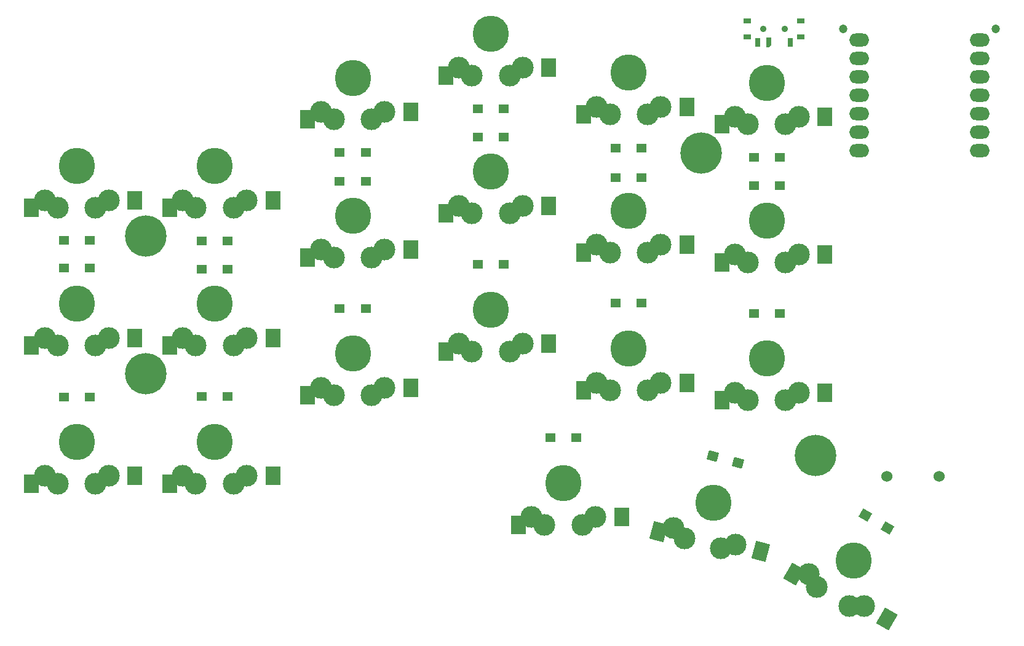
<source format=gts>
%TF.GenerationSoftware,KiCad,Pcbnew,8.0.5*%
%TF.CreationDate,2025-01-25T20:12:58+02:00*%
%TF.ProjectId,1_3A,315f3341-2e6b-4696-9361-645f70636258,rev?*%
%TF.SameCoordinates,Original*%
%TF.FileFunction,Soldermask,Top*%
%TF.FilePolarity,Negative*%
%FSLAX46Y46*%
G04 Gerber Fmt 4.6, Leading zero omitted, Abs format (unit mm)*
G04 Created by KiCad (PCBNEW 8.0.5) date 2025-01-25 20:12:58*
%MOMM*%
%LPD*%
G01*
G04 APERTURE LIST*
G04 Aperture macros list*
%AMRotRect*
0 Rectangle, with rotation*
0 The origin of the aperture is its center*
0 $1 length*
0 $2 width*
0 $3 Rotation angle, in degrees counterclockwise*
0 Add horizontal line*
21,1,$1,$2,0,0,$3*%
%AMOutline5P*
0 Free polygon, 5 corners , with rotation*
0 The origin of the aperture is its center*
0 number of corners: always 5*
0 $1 to $10 corner X, Y*
0 $11 Rotation angle, in degrees counterclockwise*
0 create outline with 5 corners*
4,1,5,$1,$2,$3,$4,$5,$6,$7,$8,$9,$10,$1,$2,$11*%
%AMOutline6P*
0 Free polygon, 6 corners , with rotation*
0 The origin of the aperture is its center*
0 number of corners: always 6*
0 $1 to $12 corner X, Y*
0 $13 Rotation angle, in degrees counterclockwise*
0 create outline with 6 corners*
4,1,6,$1,$2,$3,$4,$5,$6,$7,$8,$9,$10,$11,$12,$1,$2,$13*%
%AMOutline7P*
0 Free polygon, 7 corners , with rotation*
0 The origin of the aperture is its center*
0 number of corners: always 7*
0 $1 to $14 corner X, Y*
0 $15 Rotation angle, in degrees counterclockwise*
0 create outline with 7 corners*
4,1,7,$1,$2,$3,$4,$5,$6,$7,$8,$9,$10,$11,$12,$13,$14,$1,$2,$15*%
%AMOutline8P*
0 Free polygon, 8 corners , with rotation*
0 The origin of the aperture is its center*
0 number of corners: always 8*
0 $1 to $16 corner X, Y*
0 $17 Rotation angle, in degrees counterclockwise*
0 create outline with 8 corners*
4,1,8,$1,$2,$3,$4,$5,$6,$7,$8,$9,$10,$11,$12,$13,$14,$15,$16,$1,$2,$17*%
G04 Aperture macros list end*
%ADD10C,3.000000*%
%ADD11C,5.000000*%
%ADD12RotRect,2.000000X2.500000X330.000000*%
%ADD13R,2.000000X2.500000*%
%ADD14C,5.700000*%
%ADD15RotRect,2.000000X2.500000X345.000000*%
%ADD16C,1.524000*%
%ADD17RotRect,1.425000X1.300000X165.000000*%
%ADD18R,1.425000X1.300000*%
%ADD19RotRect,1.425000X1.300000X150.000000*%
%ADD20O,2.750000X1.800000*%
%ADD21C,1.200000*%
%ADD22R,1.000000X0.800000*%
%ADD23C,0.900000*%
%ADD24R,0.700000X1.280000*%
%ADD25Outline5P,-0.350000X0.640000X0.350000X0.640000X0.350000X-0.360000X0.070000X-0.640000X-0.350000X-0.640000X0.000000*%
G04 APERTURE END LIST*
D10*
X185316752Y-132289492D03*
X186350598Y-134098819D03*
D11*
X191477264Y-130419173D03*
D10*
X190853930Y-136698819D03*
X192937776Y-136689492D03*
D12*
X183232906Y-132298819D03*
X196055467Y-138489492D03*
D10*
X118100000Y-87640970D03*
X119900000Y-88690970D03*
D11*
X122500000Y-82940970D03*
D10*
X125100000Y-88690970D03*
X126900000Y-87640970D03*
D13*
X116300000Y-88690970D03*
X130500000Y-87640970D03*
D14*
X94000000Y-104700000D03*
X94000000Y-85700000D03*
D10*
X166668553Y-125924234D03*
X168135459Y-127404330D03*
D11*
X172135076Y-122523186D03*
D10*
X173158274Y-128750189D03*
X175168700Y-128201841D03*
D15*
X164658126Y-126472581D03*
X178646033Y-129133590D03*
D10*
X99100000Y-80790970D03*
X100900000Y-81840970D03*
D11*
X103500000Y-76090970D03*
D10*
X106100000Y-81840970D03*
X107900000Y-80790970D03*
D13*
X97300000Y-81840970D03*
X111500000Y-80790970D03*
D14*
X186200000Y-116000000D03*
D10*
X80100000Y-99790970D03*
X81900000Y-100840970D03*
D11*
X84500000Y-95090970D03*
D10*
X87100000Y-100840970D03*
X88900000Y-99790970D03*
D13*
X78300000Y-100840970D03*
X92500000Y-99790970D03*
D10*
X156100000Y-67940970D03*
X157900000Y-68990970D03*
D11*
X160500000Y-63240970D03*
D10*
X163100000Y-68990970D03*
X164900000Y-67940970D03*
D13*
X154300000Y-68990970D03*
X168500000Y-67940970D03*
D10*
X118100000Y-106640970D03*
X119900000Y-107690970D03*
D11*
X122500000Y-101940970D03*
D10*
X125100000Y-107690970D03*
X126900000Y-106640970D03*
D13*
X116300000Y-107690970D03*
X130500000Y-106640970D03*
D10*
X175100000Y-88315970D03*
X176900000Y-89365970D03*
D11*
X179500000Y-83615970D03*
D10*
X182100000Y-89365970D03*
X183900000Y-88315970D03*
D13*
X173300000Y-89365970D03*
X187500000Y-88315970D03*
D10*
X175100000Y-69315970D03*
X176900000Y-70365970D03*
D11*
X179500000Y-64615970D03*
D10*
X182100000Y-70365970D03*
X183900000Y-69315970D03*
D13*
X173300000Y-70365970D03*
X187500000Y-69315970D03*
D10*
X156100000Y-105940970D03*
X157900000Y-106990970D03*
D11*
X160500000Y-101240970D03*
D10*
X163100000Y-106990970D03*
X164900000Y-105940970D03*
D13*
X154300000Y-106990970D03*
X168500000Y-105940970D03*
D10*
X156100000Y-86940970D03*
X157900000Y-87990970D03*
D11*
X160500000Y-82240970D03*
D10*
X163100000Y-87990970D03*
X164900000Y-86940970D03*
D13*
X154300000Y-87990970D03*
X168500000Y-86940970D03*
D16*
X196044000Y-118806000D03*
X203244000Y-118806000D03*
D10*
X118100000Y-68640970D03*
X119900000Y-69690970D03*
D11*
X122500000Y-63940970D03*
D10*
X125100000Y-69690970D03*
X126900000Y-68640970D03*
D13*
X116300000Y-69690970D03*
X130500000Y-68640970D03*
D10*
X175100000Y-107315970D03*
X176900000Y-108365970D03*
D11*
X179500000Y-102615970D03*
D10*
X182100000Y-108365970D03*
X183900000Y-107315970D03*
D13*
X173300000Y-108365970D03*
X187500000Y-107315970D03*
D10*
X99100000Y-99790970D03*
X100900000Y-100840970D03*
D11*
X103500000Y-95090970D03*
D10*
X106100000Y-100840970D03*
X107900000Y-99790970D03*
D13*
X97300000Y-100840970D03*
X111500000Y-99790970D03*
D10*
X137100000Y-62565970D03*
X138900000Y-63615970D03*
D11*
X141500000Y-57865970D03*
D10*
X144100000Y-63615970D03*
X145900000Y-62565970D03*
D13*
X135300000Y-63615970D03*
X149500000Y-62565970D03*
D10*
X147100000Y-124440700D03*
X148900000Y-125490700D03*
D11*
X151500000Y-119740700D03*
D10*
X154100000Y-125490700D03*
X155900000Y-124440700D03*
D13*
X145300000Y-125490700D03*
X159500000Y-124440700D03*
D10*
X80100000Y-80790970D03*
X81900000Y-81840970D03*
D11*
X84500000Y-76090970D03*
D10*
X87100000Y-81840970D03*
X88900000Y-80790970D03*
D13*
X78300000Y-81840970D03*
X92500000Y-80790970D03*
D10*
X137100000Y-100565970D03*
X138900000Y-101615970D03*
D11*
X141500000Y-95865970D03*
D10*
X144100000Y-101615970D03*
X145900000Y-100565970D03*
D13*
X135300000Y-101615970D03*
X149500000Y-100565970D03*
D10*
X99100000Y-118790970D03*
X100900000Y-119840970D03*
D11*
X103500000Y-114090970D03*
D10*
X106100000Y-119840970D03*
X107900000Y-118790970D03*
D13*
X97300000Y-119840970D03*
X111500000Y-118790970D03*
D14*
X170500000Y-74300000D03*
D10*
X80100000Y-118790970D03*
X81900000Y-119840970D03*
D11*
X84500000Y-114090970D03*
D10*
X87100000Y-119840970D03*
X88900000Y-118790970D03*
D13*
X78300000Y-119840970D03*
X92500000Y-118790970D03*
D10*
X137100000Y-81565970D03*
X138900000Y-82615970D03*
D11*
X141500000Y-76865970D03*
D10*
X144100000Y-82615970D03*
X145900000Y-81565970D03*
D13*
X135300000Y-82615970D03*
X149500000Y-81565970D03*
D17*
X175526592Y-116962639D03*
X172073408Y-116037361D03*
D18*
X181287500Y-96400000D03*
X177712500Y-96400000D03*
D19*
X196148020Y-125993750D03*
X193051980Y-124206250D03*
D18*
X153287500Y-113500000D03*
X149712500Y-113500000D03*
X105287500Y-86400000D03*
X101712500Y-86400000D03*
X105287500Y-90297000D03*
X101712500Y-90297000D03*
X162287500Y-95000000D03*
X158712500Y-95000000D03*
X181287500Y-74900000D03*
X177712500Y-74900000D03*
X86287500Y-90170000D03*
X82712500Y-90170000D03*
X181287500Y-78800000D03*
X177712500Y-78800000D03*
X143287500Y-68200000D03*
X139712500Y-68200000D03*
X143287500Y-72100000D03*
X139712500Y-72100000D03*
D20*
X208794960Y-58696046D03*
X208794960Y-61236046D03*
X208794960Y-63776046D03*
X208794960Y-66316046D03*
X208794960Y-68856046D03*
X208794960Y-71396046D03*
X208794960Y-73936046D03*
X192205040Y-73936046D03*
X192205040Y-71396046D03*
X192205040Y-68856046D03*
X192205040Y-66316046D03*
X192205040Y-63776046D03*
X192205040Y-61236046D03*
X192205040Y-58696046D03*
D21*
X190000000Y-57216046D03*
X211000000Y-57216046D03*
D18*
X162287500Y-73600000D03*
X158712500Y-73600000D03*
X124287500Y-74200000D03*
X120712500Y-74200000D03*
X143287500Y-89600000D03*
X139712500Y-89600000D03*
X86287500Y-107900000D03*
X82712500Y-107900000D03*
X162287500Y-77700000D03*
X158712500Y-77700000D03*
D22*
X184150000Y-58300970D03*
X184150000Y-56080970D03*
D23*
X182000000Y-57190970D03*
X179000000Y-57190970D03*
D22*
X176850000Y-58300970D03*
X176850000Y-56080970D03*
D24*
X182750000Y-59060970D03*
D25*
X179750000Y-59060970D03*
D24*
X178250000Y-59060970D03*
D18*
X124287500Y-78200000D03*
X120712500Y-78200000D03*
X86287500Y-86360000D03*
X82712500Y-86360000D03*
X124287500Y-95700000D03*
X120712500Y-95700000D03*
X105287500Y-107800000D03*
X101712500Y-107800000D03*
M02*

</source>
